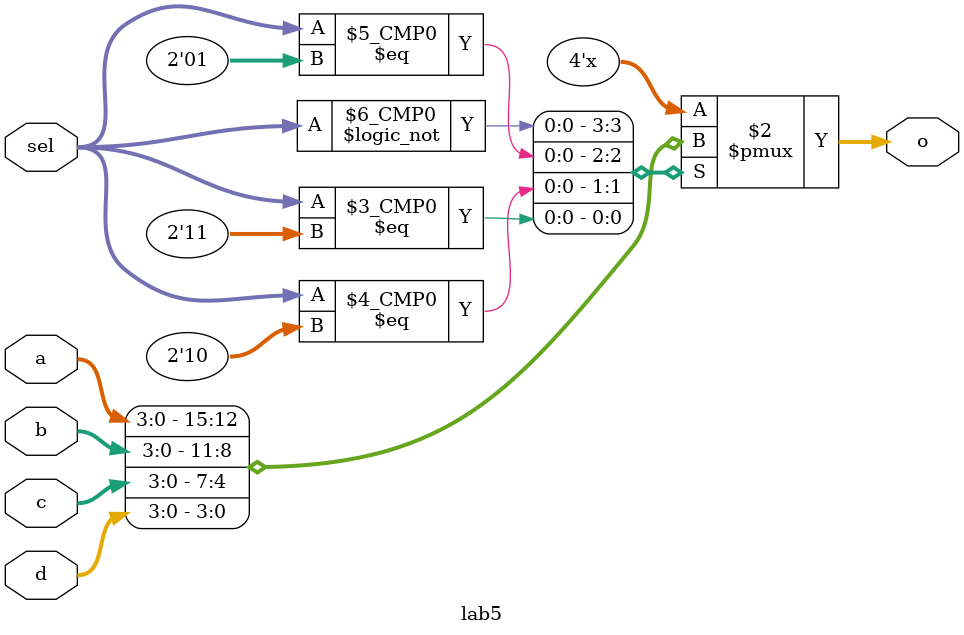
<source format=v>
`timescale 1ns / 1ps


module lab5(
input [3:0] a,b,c,d,
input [1:0] sel,
output reg [3:0] o);
always@(*)
begin
    case(sel)
        2'b00: o = a;
        2'b01: o = b;
        2'b10: o = c;
        2'b11:o = d;
        default: o = 4'h0;
    endcase
end
endmodule

</source>
